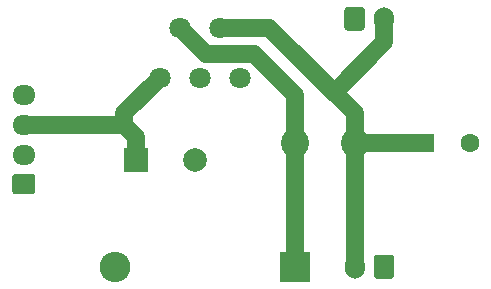
<source format=gbr>
G04 #@! TF.GenerationSoftware,KiCad,Pcbnew,(5.1.4)-1*
G04 #@! TF.CreationDate,2020-01-23T11:58:50+02:00*
G04 #@! TF.ProjectId,power_supply,706f7765-725f-4737-9570-706c792e6b69,rev?*
G04 #@! TF.SameCoordinates,Original*
G04 #@! TF.FileFunction,Copper,L1,Top*
G04 #@! TF.FilePolarity,Positive*
%FSLAX46Y46*%
G04 Gerber Fmt 4.6, Leading zero omitted, Abs format (unit mm)*
G04 Created by KiCad (PCBNEW (5.1.4)-1) date 2020-01-23 11:58:50*
%MOMM*%
%LPD*%
G04 APERTURE LIST*
%ADD10C,2.000000*%
%ADD11R,2.000000X2.000000*%
%ADD12R,1.600000X1.600000*%
%ADD13C,1.600000*%
%ADD14R,2.600000X2.600000*%
%ADD15O,2.600000X2.600000*%
%ADD16O,1.950000X1.700000*%
%ADD17C,0.100000*%
%ADD18C,1.700000*%
%ADD19O,1.700000X2.000000*%
%ADD20C,2.400000*%
%ADD21C,1.800000*%
%ADD22C,1.500000*%
G04 APERTURE END LIST*
D10*
X177500000Y-128500000D03*
D11*
X172500000Y-128500000D03*
D12*
X197000000Y-127000000D03*
D13*
X200800000Y-127000000D03*
D14*
X186000000Y-137500000D03*
D15*
X170760000Y-137500000D03*
D16*
X163000000Y-123000000D03*
X163000000Y-125500000D03*
X163000000Y-128000000D03*
D17*
G36*
X163749504Y-129651204D02*
G01*
X163773773Y-129654804D01*
X163797571Y-129660765D01*
X163820671Y-129669030D01*
X163842849Y-129679520D01*
X163863893Y-129692133D01*
X163883598Y-129706747D01*
X163901777Y-129723223D01*
X163918253Y-129741402D01*
X163932867Y-129761107D01*
X163945480Y-129782151D01*
X163955970Y-129804329D01*
X163964235Y-129827429D01*
X163970196Y-129851227D01*
X163973796Y-129875496D01*
X163975000Y-129900000D01*
X163975000Y-131100000D01*
X163973796Y-131124504D01*
X163970196Y-131148773D01*
X163964235Y-131172571D01*
X163955970Y-131195671D01*
X163945480Y-131217849D01*
X163932867Y-131238893D01*
X163918253Y-131258598D01*
X163901777Y-131276777D01*
X163883598Y-131293253D01*
X163863893Y-131307867D01*
X163842849Y-131320480D01*
X163820671Y-131330970D01*
X163797571Y-131339235D01*
X163773773Y-131345196D01*
X163749504Y-131348796D01*
X163725000Y-131350000D01*
X162275000Y-131350000D01*
X162250496Y-131348796D01*
X162226227Y-131345196D01*
X162202429Y-131339235D01*
X162179329Y-131330970D01*
X162157151Y-131320480D01*
X162136107Y-131307867D01*
X162116402Y-131293253D01*
X162098223Y-131276777D01*
X162081747Y-131258598D01*
X162067133Y-131238893D01*
X162054520Y-131217849D01*
X162044030Y-131195671D01*
X162035765Y-131172571D01*
X162029804Y-131148773D01*
X162026204Y-131124504D01*
X162025000Y-131100000D01*
X162025000Y-129900000D01*
X162026204Y-129875496D01*
X162029804Y-129851227D01*
X162035765Y-129827429D01*
X162044030Y-129804329D01*
X162054520Y-129782151D01*
X162067133Y-129761107D01*
X162081747Y-129741402D01*
X162098223Y-129723223D01*
X162116402Y-129706747D01*
X162136107Y-129692133D01*
X162157151Y-129679520D01*
X162179329Y-129669030D01*
X162202429Y-129660765D01*
X162226227Y-129654804D01*
X162250496Y-129651204D01*
X162275000Y-129650000D01*
X163725000Y-129650000D01*
X163749504Y-129651204D01*
X163749504Y-129651204D01*
G37*
D18*
X163000000Y-130500000D03*
D19*
X191000000Y-137500000D03*
D17*
G36*
X194124504Y-136501204D02*
G01*
X194148773Y-136504804D01*
X194172571Y-136510765D01*
X194195671Y-136519030D01*
X194217849Y-136529520D01*
X194238893Y-136542133D01*
X194258598Y-136556747D01*
X194276777Y-136573223D01*
X194293253Y-136591402D01*
X194307867Y-136611107D01*
X194320480Y-136632151D01*
X194330970Y-136654329D01*
X194339235Y-136677429D01*
X194345196Y-136701227D01*
X194348796Y-136725496D01*
X194350000Y-136750000D01*
X194350000Y-138250000D01*
X194348796Y-138274504D01*
X194345196Y-138298773D01*
X194339235Y-138322571D01*
X194330970Y-138345671D01*
X194320480Y-138367849D01*
X194307867Y-138388893D01*
X194293253Y-138408598D01*
X194276777Y-138426777D01*
X194258598Y-138443253D01*
X194238893Y-138457867D01*
X194217849Y-138470480D01*
X194195671Y-138480970D01*
X194172571Y-138489235D01*
X194148773Y-138495196D01*
X194124504Y-138498796D01*
X194100000Y-138500000D01*
X192900000Y-138500000D01*
X192875496Y-138498796D01*
X192851227Y-138495196D01*
X192827429Y-138489235D01*
X192804329Y-138480970D01*
X192782151Y-138470480D01*
X192761107Y-138457867D01*
X192741402Y-138443253D01*
X192723223Y-138426777D01*
X192706747Y-138408598D01*
X192692133Y-138388893D01*
X192679520Y-138367849D01*
X192669030Y-138345671D01*
X192660765Y-138322571D01*
X192654804Y-138298773D01*
X192651204Y-138274504D01*
X192650000Y-138250000D01*
X192650000Y-136750000D01*
X192651204Y-136725496D01*
X192654804Y-136701227D01*
X192660765Y-136677429D01*
X192669030Y-136654329D01*
X192679520Y-136632151D01*
X192692133Y-136611107D01*
X192706747Y-136591402D01*
X192723223Y-136573223D01*
X192741402Y-136556747D01*
X192761107Y-136542133D01*
X192782151Y-136529520D01*
X192804329Y-136519030D01*
X192827429Y-136510765D01*
X192851227Y-136504804D01*
X192875496Y-136501204D01*
X192900000Y-136500000D01*
X194100000Y-136500000D01*
X194124504Y-136501204D01*
X194124504Y-136501204D01*
G37*
D18*
X193500000Y-137500000D03*
D17*
G36*
X191624504Y-115501204D02*
G01*
X191648773Y-115504804D01*
X191672571Y-115510765D01*
X191695671Y-115519030D01*
X191717849Y-115529520D01*
X191738893Y-115542133D01*
X191758598Y-115556747D01*
X191776777Y-115573223D01*
X191793253Y-115591402D01*
X191807867Y-115611107D01*
X191820480Y-115632151D01*
X191830970Y-115654329D01*
X191839235Y-115677429D01*
X191845196Y-115701227D01*
X191848796Y-115725496D01*
X191850000Y-115750000D01*
X191850000Y-117250000D01*
X191848796Y-117274504D01*
X191845196Y-117298773D01*
X191839235Y-117322571D01*
X191830970Y-117345671D01*
X191820480Y-117367849D01*
X191807867Y-117388893D01*
X191793253Y-117408598D01*
X191776777Y-117426777D01*
X191758598Y-117443253D01*
X191738893Y-117457867D01*
X191717849Y-117470480D01*
X191695671Y-117480970D01*
X191672571Y-117489235D01*
X191648773Y-117495196D01*
X191624504Y-117498796D01*
X191600000Y-117500000D01*
X190400000Y-117500000D01*
X190375496Y-117498796D01*
X190351227Y-117495196D01*
X190327429Y-117489235D01*
X190304329Y-117480970D01*
X190282151Y-117470480D01*
X190261107Y-117457867D01*
X190241402Y-117443253D01*
X190223223Y-117426777D01*
X190206747Y-117408598D01*
X190192133Y-117388893D01*
X190179520Y-117367849D01*
X190169030Y-117345671D01*
X190160765Y-117322571D01*
X190154804Y-117298773D01*
X190151204Y-117274504D01*
X190150000Y-117250000D01*
X190150000Y-115750000D01*
X190151204Y-115725496D01*
X190154804Y-115701227D01*
X190160765Y-115677429D01*
X190169030Y-115654329D01*
X190179520Y-115632151D01*
X190192133Y-115611107D01*
X190206747Y-115591402D01*
X190223223Y-115573223D01*
X190241402Y-115556747D01*
X190261107Y-115542133D01*
X190282151Y-115529520D01*
X190304329Y-115519030D01*
X190327429Y-115510765D01*
X190351227Y-115504804D01*
X190375496Y-115501204D01*
X190400000Y-115500000D01*
X191600000Y-115500000D01*
X191624504Y-115501204D01*
X191624504Y-115501204D01*
G37*
D18*
X191000000Y-116500000D03*
D19*
X193500000Y-116500000D03*
D20*
X186000000Y-127000000D03*
X191000000Y-127000000D03*
D21*
X177900000Y-121500000D03*
X181300000Y-121500000D03*
X174500000Y-121500000D03*
X176200000Y-117300000D03*
X179600000Y-117300000D03*
D22*
X172500000Y-126500000D02*
X172500000Y-128500000D01*
X171500000Y-125500000D02*
X172500000Y-126500000D01*
X163000000Y-125500000D02*
X171500000Y-125500000D01*
X171500000Y-124500000D02*
X174500000Y-121500000D01*
X171500000Y-125500000D02*
X171500000Y-124500000D01*
X191000000Y-127000000D02*
X191000000Y-137500000D01*
X191000000Y-127000000D02*
X197000000Y-127000000D01*
X191000000Y-125302944D02*
X191000000Y-127000000D01*
X191000000Y-124500000D02*
X191000000Y-125302944D01*
X179600000Y-117300000D02*
X183800000Y-117300000D01*
X183800000Y-117300000D02*
X191000000Y-124500000D01*
X193500000Y-118500000D02*
X193500000Y-116500000D01*
X189250000Y-122750000D02*
X193500000Y-118500000D01*
X186000000Y-135200000D02*
X186000000Y-127000000D01*
X186000000Y-137500000D02*
X186000000Y-135200000D01*
X176200000Y-117300000D02*
X178400000Y-119500000D01*
X178400000Y-119500000D02*
X182500000Y-119500000D01*
X186000000Y-123000000D02*
X186000000Y-127000000D01*
X182500000Y-119500000D02*
X186000000Y-123000000D01*
M02*

</source>
